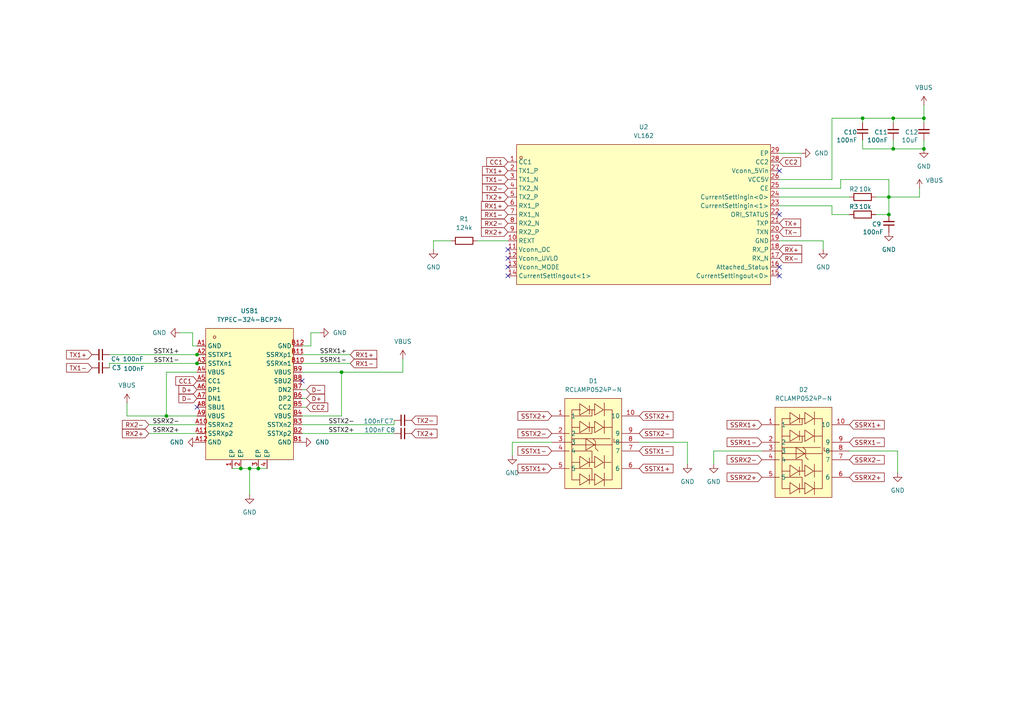
<source format=kicad_sch>
(kicad_sch (version 20250114) (generator "eeschema") (generator_version "9.0")
  (paper "A4")
  (lib_symbols
    (symbol "Device:C_Small" (pin_numbers (hide yes)) (pin_names (offset 0.254) (hide yes))
      (property "Reference" "C" (at 0.254 1.778 0))
      (property "Value" "C_Small" (at 0.254 -2.032 0))
      (symbol "C_Small_0_1"
        (polyline (pts (xy -1.524 0.508) (xy 1.524 0.508)) (stroke (width 0.3048)))
        (polyline (pts (xy -1.524 -0.508) (xy 1.524 -0.508)) (stroke (width 0.3302)))
      )
      (symbol "C_Small_1_1"
        (pin passive line (at 0 2.54 270) (length 2.032) (name "~") (number "1"))
        (pin passive line (at 0 -2.54 90) (length 2.032) (name "~") (number "2"))
      )
    )
    (symbol "Device:R" (pin_numbers (hide yes)) (pin_names (offset 0))
      (property "Reference" "R" (at 2.032 0 90))
      (property "Value" "R" (at 0 0 90))
      (symbol "R_0_1"
        (rectangle (start -1.016 -2.54) (end 1.016 2.54) (stroke (width 0.254)))
      )
      (symbol "R_1_1"
        (pin passive line (at 0 3.81 270) (length 1.27) (name "~") (number "1"))
        (pin passive line (at 0 -3.81 90) (length 1.27) (name "~") (number "2"))
      )
    )
    (symbol "da:RCLAMP0524P-N"
      (property "Reference" "D" (at 0 17.78 0))
      (property "Value" "RCLAMP0524P-N" (at 0 -17.78 0))
      (symbol "RCLAMP0524P-N_0_1"
        (rectangle (start -12.7 7.62) (end 13.46 -8.89) (fill (type background)))
        (polyline (pts (xy -9.4 2.54) (xy -9.4 4.83) (xy 10.92 4.83) (xy 10.92 2.29)))
        (polyline (pts (xy -9.4 -1.02) (xy -7.62 -1.02) (xy -7.62 -6.35)))
        (polyline (pts (xy -9.4 -2.03) (xy -9.4 -0.25)))
        (polyline (pts (xy -8.13 -1.78) (xy -10.67 -1.78)))
        (polyline (pts (xy -7.87 -0.25) (xy -9.4 2.29) (xy -11.18 -0.25) (xy -7.87 -0.25)) (fill (type background)))
        (polyline (pts (xy -7.87 -4.57) (xy -9.4 -2.03) (xy -11.18 -4.57) (xy -7.87 -4.57)) (fill (type background)))
        (polyline (pts (xy -7.62 2.54) (xy -11.43 2.54)))
        (polyline (pts (xy -7.62 -6.35)) (fill (type background)))
        (polyline (pts (xy -4.32 2.29) (xy -4.32 4.83)))
        (polyline (pts (xy -4.32 -1.02) (xy -2.54 -1.02) (xy -2.54 -6.35)))
        (polyline (pts (xy -4.32 -2.03) (xy -4.32 -0.25)))
        (polyline (pts (xy -4.32 -4.57) (xy -4.32 -6.86)))
        (polyline (pts (xy -3.05 -1.78) (xy -5.84 -1.78)))
        (polyline (pts (xy -2.79 -0.25) (xy -4.32 2.29) (xy -6.1 -0.25) (xy -2.79 -0.25)) (fill (type background)))
        (polyline (pts (xy -2.79 -4.57) (xy -4.32 -2.03) (xy -6.1 -4.57) (xy -2.79 -4.57)) (fill (type background)))
        (polyline (pts (xy -2.54 2.54) (xy -6.35 2.54)))
        (polyline (pts (xy -2.54 -6.35)) (fill (type background)))
        (polyline (pts (xy -1.02 5.33)) (fill (type background)))
        (polyline (pts (xy -1.02 4.32) (xy -1.02 -6.86)))
        (polyline (pts (xy 0 7.62)) (fill (type background)))
        (polyline (pts (xy 0 7.62) (xy 0 7.62) (xy 0 5.33) (xy -1.02 5.33)))
        (polyline (pts (xy 0 -7.62) (xy 0 -6.86)))
        (polyline (pts (xy 0.76 -6.86) (xy 0.76 4.83)))
        (polyline (pts (xy 2.29 -2.79) (xy 0.76 -0.25) (xy -1.02 -2.79) (xy 2.29 -2.79)) (fill (type background)))
        (polyline (pts (xy 2.54 0.76) (xy 1.78 0) (xy -0.25 0) (xy -1.02 -0.76)))
        (polyline (pts (xy 2.54 -6.35)) (fill (type background)))
        (polyline (pts (xy 5.84 2.54) (xy 5.84 4.57)))
        (polyline (pts (xy 5.84 -1.02) (xy 2.54 -1.02) (xy 2.54 -6.35)))
        (polyline (pts (xy 5.84 -2.03) (xy 5.84 -0.25)))
        (polyline (pts (xy 5.84 -4.57) (xy 5.84 -6.86)))
        (polyline (pts (xy 7.11 -1.78) (xy 4.57 -1.78)))
        (polyline (pts (xy 7.37 -0.25) (xy 5.84 2.29) (xy 4.06 -0.25) (xy 7.37 -0.25)) (fill (type background)))
        (polyline (pts (xy 7.37 -4.57) (xy 5.84 -2.03) (xy 4.06 -4.57) (xy 7.37 -4.57)) (fill (type background)))
        (polyline (pts (xy 7.62 2.54) (xy 3.81 2.54)))
        (polyline (pts (xy 7.62 -6.1)) (fill (type background)))
        (polyline (pts (xy 10.92 -1.02) (xy 7.62 -1.02) (xy 7.62 -6.1)))
        (polyline (pts (xy 10.92 -2.03) (xy 10.92 -0.25)))
        (polyline (pts (xy 10.92 -4.57) (xy 10.92 -6.86) (xy -9.4 -6.86) (xy -9.4 -4.32)))
        (polyline (pts (xy 12.19 -1.78) (xy 9.4 -1.78)))
        (polyline (pts (xy 12.45 -0.25) (xy 10.92 2.29) (xy 9.14 -0.25) (xy 12.45 -0.25)) (fill (type background)))
        (polyline (pts (xy 12.45 -4.57) (xy 10.92 -2.03) (xy 9.14 -4.57) (xy 12.45 -4.57)) (fill (type background)))
        (polyline (pts (xy 12.7 2.54) (xy 8.89 2.54)))
        (pin unspecified line (at -7.62 12.7 270) (length 5.08) (name "10") (number "10"))
        (pin unspecified line (at -7.62 -12.7 90) (length 5.08) (name "1") (number "1"))
        (pin unspecified line (at -2.54 12.7 270) (length 5.08) (name "9") (number "9"))
        (pin unspecified line (at -2.54 -12.7 90) (length 5.08) (name "2") (number "2"))
        (pin unspecified line (at 0 12.7 270) (length 5.08) (name "8") (number "8"))
        (pin unspecified line (at 0 -12.7 90) (length 5.08) (name "3") (number "3"))
        (pin unspecified line (at 2.54 12.7 270) (length 5.08) (name "7") (number "7"))
        (pin unspecified line (at 2.54 -12.7 90) (length 5.08) (name "4") (number "4"))
        (pin unspecified line (at 7.62 12.7 270) (length 5.08) (name "6") (number "6"))
        (pin unspecified line (at 7.62 -12.7 90) (length 5.08) (name "5") (number "5"))
      )
    )
    (symbol "da:TYPEC-324-BCP24"
      (property "Reference" "USB" (at 0 20.32 0))
      (property "Value" "TYPEC-324-BCP24" (at 0 -25.4 0))
      (symbol "TYPEC-324-BCP24_0_1"
        (rectangle (start -12.7 20.32) (end 12.7 -17.78) (fill (type background)))
        (circle (center -10.16 17.78) (radius 0.38))
        (pin unspecified line (at -15.24 15.24 0) (length 2.54) (name "GND") (number "A1"))
        (pin unspecified line (at -15.24 12.7 0) (length 2.54) (name "SSTXP1") (number "A2"))
        (pin unspecified line (at -15.24 10.16 0) (length 2.54) (name "SSTXn1") (number "A3"))
        (pin unspecified line (at -15.24 7.62 0) (length 2.54) (name "VBUS") (number "A4"))
        (pin unspecified line (at -15.24 5.08 0) (length 2.54) (name "CC1") (number "A5"))
        (pin unspecified line (at -15.24 2.54 0) (length 2.54) (name "DP1") (number "A6"))
        (pin unspecified line (at -15.24 0 0) (length 2.54) (name "DN1") (number "A7"))
        (pin unspecified line (at -15.24 -2.54 0) (length 2.54) (name "SBU1") (number "A8"))
        (pin unspecified line (at -15.24 -5.08 0) (length 2.54) (name "VBUS") (number "A9"))
        (pin unspecified line (at -15.24 -7.62 0) (length 2.54) (name "SSRXn2") (number "A10"))
        (pin unspecified line (at -15.24 -10.16 0) (length 2.54) (name "SSRXp2") (number "A11"))
        (pin unspecified line (at -15.24 -12.7 0) (length 2.54) (name "GND") (number "A12"))
        (pin unspecified line (at -5.08 -20.32 90) (length 2.54) (name "EP") (number "1"))
        (pin unspecified line (at -2.54 -20.32 90) (length 2.54) (name "EP") (number "2"))
        (pin unspecified line (at 2.54 -20.32 90) (length 2.54) (name "EP") (number "3"))
        (pin unspecified line (at 5.08 -20.32 90) (length 2.54) (name "EP") (number "4"))
        (pin unspecified line (at 15.24 15.24 180) (length 2.54) (name "GND") (number "B12"))
        (pin unspecified line (at 15.24 12.7 180) (length 2.54) (name "SSRXp1") (number "B11"))
        (pin unspecified line (at 15.24 10.16 180) (length 2.54) (name "SSRXn1") (number "B10"))
        (pin unspecified line (at 15.24 7.62 180) (length 2.54) (name "VBUS") (number "B9"))
        (pin unspecified line (at 15.24 5.08 180) (length 2.54) (name "SBU2") (number "B8"))
        (pin unspecified line (at 15.24 2.54 180) (length 2.54) (name "DN2") (number "B7"))
        (pin unspecified line (at 15.24 0 180) (length 2.54) (name "DP2") (number "B6"))
        (pin unspecified line (at 15.24 -2.54 180) (length 2.54) (name "CC2") (number "B5"))
        (pin unspecified line (at 15.24 -5.08 180) (length 2.54) (name "VBUS") (number "B4"))
        (pin unspecified line (at 15.24 -7.62 180) (length 2.54) (name "SSTXn2") (number "B3"))
        (pin unspecified line (at 15.24 -10.16 180) (length 2.54) (name "SSTXp2") (number "B2"))
        (pin unspecified line (at 15.24 -12.7 180) (length 2.54) (name "GND") (number "B1"))
      )
    )
    (symbol "da:VL162"
      (property "Reference" "U" (at 0 22.86 0))
      (property "Value" "VL162" (at 0 -22.86 0))
      (symbol "VL162_0_1"
        (rectangle (start -36.83 20.32) (end 36.83 -20.32) (fill (type background)))
        (circle (center -35.56 16.51) (radius 0.38))
        (pin unspecified line (at -39.37 15.24 0) (length 2.54) (name "CC1") (number "1"))
        (pin unspecified line (at -39.37 12.7 0) (length 2.54) (name "TX1_P") (number "2"))
        (pin unspecified line (at -39.37 10.16 0) (length 2.54) (name "TX1_N") (number "3"))
        (pin unspecified line (at -39.37 7.62 0) (length 2.54) (name "TX2_N") (number "4"))
        (pin unspecified line (at -39.37 5.08 0) (length 2.54) (name "TX2_P") (number "5"))
        (pin unspecified line (at -39.37 2.54 0) (length 2.54) (name "RX1_P") (number "6"))
        (pin unspecified line (at -39.37 0 0) (length 2.54) (name "RX1_N") (number "7"))
        (pin unspecified line (at -39.37 -2.54 0) (length 2.54) (name "RX2_N") (number "8"))
        (pin unspecified line (at -39.37 -5.08 0) (length 2.54) (name "RX2_P") (number "9"))
        (pin unspecified line (at -39.37 -7.62 0) (length 2.54) (name "REXT") (number "10"))
        (pin unspecified line (at -39.37 -10.16 0) (length 2.54) (name "Vconn_OC") (number "11"))
        (pin unspecified line (at -39.37 -12.7 0) (length 2.54) (name "Vconn_UVLO") (number "12"))
        (pin unspecified line (at -39.37 -15.24 0) (length 2.54) (name "Vconn_MODE") (number "13"))
        (pin unspecified line (at -39.37 -17.78 0) (length 2.54) (name "CurrentSettingout<1>") (number "14"))
        (pin unspecified line (at 39.37 17.78 180) (length 2.54) (name "EP") (number "29"))
        (pin unspecified line (at 39.37 15.24 180) (length 2.54) (name "CC2") (number "28"))
        (pin unspecified line (at 39.37 12.7 180) (length 2.54) (name "Vconn_5Vin") (number "27"))
        (pin unspecified line (at 39.37 10.16 180) (length 2.54) (name "VCC5V") (number "26"))
        (pin unspecified line (at 39.37 7.62 180) (length 2.54) (name "CE") (number "25"))
        (pin unspecified line (at 39.37 5.08 180) (length 2.54) (name "CurrentSettingin<0>") (number "24"))
        (pin unspecified line (at 39.37 2.54 180) (length 2.54) (name "CurrentSettingin<1>") (number "23"))
        (pin unspecified line (at 39.37 0 180) (length 2.54) (name "ORI_STATUS") (number "22"))
        (pin unspecified line (at 39.37 -2.54 180) (length 2.54) (name "TXP") (number "21"))
        (pin unspecified line (at 39.37 -5.08 180) (length 2.54) (name "TXN") (number "20"))
        (pin unspecified line (at 39.37 -7.62 180) (length 2.54) (name "GND") (number "19"))
        (pin unspecified line (at 39.37 -10.16 180) (length 2.54) (name "RX_P") (number "18"))
        (pin unspecified line (at 39.37 -12.7 180) (length 2.54) (name "RX_N") (number "17"))
        (pin unspecified line (at 39.37 -15.24 180) (length 2.54) (name "Attached_Status") (number "16"))
        (pin unspecified line (at 39.37 -17.78 180) (length 2.54) (name "CurrentSettingout<0>") (number "15"))
      )
    )
    (symbol "power:GND" (power) (pin_numbers (hide yes)) (pin_names (offset 0) (hide yes))
      (property "Value" "GND" (at 0 -3.81 0))
      (symbol "GND_0_1"
        (polyline (pts (xy 0 0) (xy 0 -1.27) (xy 1.27 -1.27) (xy 0 -2.54) (xy -1.27 -1.27) (xy 0 -1.27)))
      )
      (symbol "GND_1_1"
        (pin power_in line (at 0 0 270) (length 0) (name "~") (number "1"))
      )
    )
    (symbol "power:VBUS" (power) (pin_numbers (hide yes)) (pin_names (offset 0) (hide yes))
      (property "Value" "VBUS" (at 0 3.556 0))
      (symbol "VBUS_0_1"
        (polyline (pts (xy -0.762 1.27) (xy 0 2.54)))
        (polyline (pts (xy 0 2.54) (xy 0.762 1.27)))
        (polyline (pts (xy 0 0) (xy 0 2.54)))
      )
      (symbol "VBUS_1_1"
        (pin power_in line (at 0 0 90) (length 0) (name "~") (number "1"))
      )
    )
  )
  (junction (at 74.93 135.89))
  (junction (at 250.19 34.29))
  (junction (at 267.97 43.18))
  (junction (at 57.15 105.41))
  (junction (at 267.97 34.29))
  (junction (at 72.39 135.89))
  (junction (at 69.85 135.89))
  (junction (at 57.15 102.87))
  (junction (at 259.08 34.29))
  (junction (at 48.26 120.65))
  (junction (at 99.06 107.95))
  (junction (at 257.81 62.23))
  (junction (at 257.81 57.15))
  (junction (at 259.08 43.18))
  (no_connect (at 57.15 118.11))
  (no_connect (at 226.06 49.53))
  (no_connect (at 147.32 74.93))
  (no_connect (at 226.06 62.23))
  (no_connect (at 87.63 110.49))
  (no_connect (at 147.32 77.47))
  (no_connect (at 226.06 77.47))
  (no_connect (at 147.32 72.39))
  (no_connect (at 226.06 80.01))
  (no_connect (at 147.32 80.01))
  (wire (pts (xy 243.84 52.07) (xy 257.81 52.07)))
  (wire (pts (xy 257.81 62.23) (xy 257.81 57.15)))
  (wire (pts (xy 59.69 105.41) (xy 57.15 105.41)))
  (wire (pts (xy 99.06 107.95) (xy 99.06 120.65)))
  (wire (pts (xy 226.06 59.69) (xy 241.3 59.69)))
  (wire (pts (xy 226.06 69.85) (xy 238.76 69.85)))
  (wire (pts (xy 87.63 105.41) (xy 101.6 105.41)))
  (wire (pts (xy 55.88 96.52) (xy 55.88 100.33)))
  (wire (pts (xy 226.06 54.61) (xy 243.84 54.61)))
  (wire (pts (xy 125.73 69.85) (xy 130.81 69.85)))
  (wire (pts (xy 87.63 115.57) (xy 88.9 115.57)))
  (wire (pts (xy 259.08 34.29) (xy 267.97 34.29)))
  (wire (pts (xy 57.15 102.87) (xy 31.75 102.87)))
  (wire (pts (xy 52.07 96.52) (xy 55.88 96.52)))
  (wire (pts (xy 67.31 135.89) (xy 69.85 135.89)))
  (wire (pts (xy 259.08 43.18) (xy 267.97 43.18)))
  (wire (pts (xy 241.3 34.29) (xy 250.19 34.29)))
  (wire (pts (xy 226.06 44.45) (xy 232.41 44.45)))
  (wire (pts (xy 72.39 135.89) (xy 74.93 135.89)))
  (wire (pts (xy 48.26 107.95) (xy 48.26 120.65)))
  (wire (pts (xy 36.83 120.65) (xy 48.26 120.65)))
  (wire (pts (xy 87.63 125.73) (xy 114.3 125.73)))
  (wire (pts (xy 87.63 120.65) (xy 99.06 120.65)))
  (wire (pts (xy 246.38 130.81) (xy 260.35 130.81)))
  (wire (pts (xy 148.59 128.27) (xy 160.02 128.27)))
  (wire (pts (xy 88.9 118.11) (xy 87.63 118.11)))
  (wire (pts (xy 243.84 54.61) (xy 243.84 52.07)))
  (wire (pts (xy 257.81 57.15) (xy 266.7 57.15)))
  (wire (pts (xy 267.97 30.48) (xy 267.97 34.29)))
  (wire (pts (xy 199.39 128.27) (xy 199.39 134.62)))
  (wire (pts (xy 59.69 102.87) (xy 57.15 102.87)))
  (wire (pts (xy 55.88 100.33) (xy 57.15 100.33)))
  (wire (pts (xy 259.08 34.29) (xy 259.08 35.56)))
  (wire (pts (xy 259.08 40.64) (xy 259.08 43.18)))
  (wire (pts (xy 90.17 96.52) (xy 90.17 100.33)))
  (wire (pts (xy 241.3 62.23) (xy 246.38 62.23)))
  (wire (pts (xy 257.81 52.07) (xy 257.81 57.15)))
  (wire (pts (xy 241.3 59.69) (xy 241.3 62.23)))
  (wire (pts (xy 238.76 69.85) (xy 238.76 72.39)))
  (wire (pts (xy 87.63 123.19) (xy 114.3 123.19)))
  (wire (pts (xy 138.43 69.85) (xy 147.32 69.85)))
  (wire (pts (xy 90.17 100.33) (xy 87.63 100.33)))
  (wire (pts (xy 57.15 107.95) (xy 48.26 107.95)))
  (wire (pts (xy 207.01 134.62) (xy 207.01 130.81)))
  (wire (pts (xy 87.63 102.87) (xy 101.6 102.87)))
  (wire (pts (xy 250.19 34.29) (xy 259.08 34.29)))
  (wire (pts (xy 57.15 123.19) (xy 43.18 123.19)))
  (wire (pts (xy 250.19 34.29) (xy 250.19 35.56)))
  (wire (pts (xy 241.3 52.07) (xy 241.3 34.29)))
  (wire (pts (xy 92.71 96.52) (xy 90.17 96.52)))
  (wire (pts (xy 116.84 107.95) (xy 116.84 104.14)))
  (wire (pts (xy 57.15 125.73) (xy 43.18 125.73)))
  (wire (pts (xy 99.06 107.95) (xy 116.84 107.95)))
  (wire (pts (xy 125.73 72.39) (xy 125.73 69.85)))
  (wire (pts (xy 226.06 57.15) (xy 246.38 57.15)))
  (wire (pts (xy 36.83 116.84) (xy 36.83 120.65)))
  (wire (pts (xy 266.7 54.61) (xy 266.7 57.15)))
  (wire (pts (xy 257.81 57.15) (xy 254 57.15)))
  (wire (pts (xy 267.97 40.64) (xy 267.97 43.18)))
  (wire (pts (xy 260.35 130.81) (xy 260.35 137.16)))
  (wire (pts (xy 48.26 120.65) (xy 57.15 120.65)))
  (wire (pts (xy 87.63 113.03) (xy 88.9 113.03)))
  (wire (pts (xy 72.39 135.89) (xy 72.39 143.51)))
  (wire (pts (xy 31.75 105.41) (xy 31.75 106.68)))
  (wire (pts (xy 148.59 132.08) (xy 148.59 128.27)))
  (wire (pts (xy 226.06 52.07) (xy 241.3 52.07)))
  (wire (pts (xy 57.15 105.41) (xy 31.75 105.41)))
  (wire (pts (xy 185.42 128.27) (xy 199.39 128.27)))
  (wire (pts (xy 114.3 123.19) (xy 114.3 121.92)))
  (wire (pts (xy 207.01 130.81) (xy 220.98 130.81)))
  (wire (pts (xy 250.19 40.64) (xy 250.19 43.18)))
  (wire (pts (xy 250.19 43.18) (xy 259.08 43.18)))
  (wire (pts (xy 267.97 34.29) (xy 267.97 35.56)))
  (wire (pts (xy 87.63 107.95) (xy 99.06 107.95)))
  (wire (pts (xy 69.85 135.89) (xy 72.39 135.89)))
  (wire (pts (xy 74.93 135.89) (xy 77.47 135.89)))
  (wire (pts (xy 254 62.23) (xy 257.81 62.23)))
  (label "SSTX2-" (at 95.25 123.19 0))
  (label "SSTX1+" (at 52.07 102.87 180))
  (label "SSRX2+" (at 52.07 125.73 180))
  (label "SSRX2-" (at 52.07 123.19 180))
  (label "SSTX1-" (at 52.07 105.41 180))
  (label "SSRX1+" (at 92.71 102.87 0))
  (label "SSTX2+" (at 95.2323 125.73 0))
  (label "SSRX1-" (at 92.71 105.41 0))
  (global_label "CC1" (shape input) (at 57.15 110.49 180) (property "Intersheetrefs" "${INTERSHEET_REFS}" (effects (hide yes))))
  (global_label "SSTX1+" (shape input) (at 160.02 135.89 180) (property "Intersheetrefs" "${INTERSHEET_REFS}" (effects (hide yes))))
  (global_label "D-" (shape input) (at 57.15 115.57 180) (property "Intersheetrefs" "${INTERSHEET_REFS}" (effects (hide yes))))
  (global_label "D+" (shape input) (at 57.15 113.03 180) (property "Intersheetrefs" "${INTERSHEET_REFS}" (effects (hide yes))))
  (global_label "TX+" (shape input) (at 226.06 64.77 0) (property "Intersheetrefs" "${INTERSHEET_REFS}" (effects (hide yes))))
  (global_label "RX-" (shape input) (at 226.06 74.93 0) (property "Intersheetrefs" "${INTERSHEET_REFS}" (effects (hide yes))))
  (global_label "SSTX1-" (shape input) (at 160.02 130.81 180) (property "Intersheetrefs" "${INTERSHEET_REFS}" (effects (hide yes))))
  (global_label "RX2+" (shape input) (at 147.32 67.31 180) (property "Intersheetrefs" "${INTERSHEET_REFS}" (effects (hide yes))))
  (global_label "SSRX2-" (shape input) (at 246.38 133.35 0) (property "Intersheetrefs" "${INTERSHEET_REFS}" (effects (hide yes))))
  (global_label "SSRX1+" (shape input) (at 246.38 123.19 0) (property "Intersheetrefs" "${INTERSHEET_REFS}" (effects (hide yes))))
  (global_label "RX1-" (shape input) (at 147.32 62.23 180) (property "Intersheetrefs" "${INTERSHEET_REFS}" (effects (hide yes))))
  (global_label "SSRX1+" (shape input) (at 220.98 123.19 180) (property "Intersheetrefs" "${INTERSHEET_REFS}" (effects (hide yes))))
  (global_label "CC1" (shape input) (at 147.32 46.99 180) (property "Intersheetrefs" "${INTERSHEET_REFS}" (effects (hide yes))))
  (global_label "RX2-" (shape input) (at 147.32 64.77 180) (property "Intersheetrefs" "${INTERSHEET_REFS}" (effects (hide yes))))
  (global_label "D+" (shape input) (at 88.9 115.57 0) (property "Intersheetrefs" "${INTERSHEET_REFS}" (effects (hide yes))))
  (global_label "SSTX1-" (shape input) (at 185.42 130.81 0) (property "Intersheetrefs" "${INTERSHEET_REFS}" (effects (hide yes))))
  (global_label "TX1+" (shape input) (at 26.67 102.87 180) (property "Intersheetrefs" "${INTERSHEET_REFS}" (effects (hide yes))))
  (global_label "RX1-" (shape input) (at 101.6 105.41 0) (property "Intersheetrefs" "${INTERSHEET_REFS}" (effects (hide yes))))
  (global_label "TX2+" (shape input) (at 147.32 57.15 180) (property "Intersheetrefs" "${INTERSHEET_REFS}" (effects (hide yes))))
  (global_label "D-" (shape input) (at 88.9 113.03 0) (property "Intersheetrefs" "${INTERSHEET_REFS}" (effects (hide yes))))
  (global_label "CC2" (shape input) (at 226.06 46.99 0) (property "Intersheetrefs" "${INTERSHEET_REFS}" (effects (hide yes))))
  (global_label "TX2-" (shape input) (at 147.32 54.61 180) (property "Intersheetrefs" "${INTERSHEET_REFS}" (effects (hide yes))))
  (global_label "RX+" (shape input) (at 226.06 72.39 0) (property "Intersheetrefs" "${INTERSHEET_REFS}" (effects (hide yes))))
  (global_label "SSRX1-" (shape input) (at 220.98 128.27 180) (property "Intersheetrefs" "${INTERSHEET_REFS}" (effects (hide yes))))
  (global_label "SSTX1+" (shape input) (at 185.42 135.89 0) (property "Intersheetrefs" "${INTERSHEET_REFS}" (effects (hide yes))))
  (global_label "SSTX2-" (shape input) (at 185.42 125.73 0) (property "Intersheetrefs" "${INTERSHEET_REFS}" (effects (hide yes))))
  (global_label "TX2-" (shape input) (at 119.38 121.92 0) (property "Intersheetrefs" "${INTERSHEET_REFS}" (effects (hide yes))))
  (global_label "TX-" (shape input) (at 226.06 67.31 0) (property "Intersheetrefs" "${INTERSHEET_REFS}" (effects (hide yes))))
  (global_label "SSRX1-" (shape input) (at 246.38 128.27 0) (property "Intersheetrefs" "${INTERSHEET_REFS}" (effects (hide yes))))
  (global_label "CC2" (shape input) (at 88.9 118.11 0) (property "Intersheetrefs" "${INTERSHEET_REFS}" (effects (hide yes))))
  (global_label "RX1+" (shape input) (at 147.32 59.69 180) (property "Intersheetrefs" "${INTERSHEET_REFS}" (effects (hide yes))))
  (global_label "TX1-" (shape input) (at 147.32 52.07 180) (property "Intersheetrefs" "${INTERSHEET_REFS}" (effects (hide yes))))
  (global_label "RX1+" (shape input) (at 101.6 102.87 0) (property "Intersheetrefs" "${INTERSHEET_REFS}" (effects (hide yes))))
  (global_label "SSRX2-" (shape input) (at 220.98 133.35 180) (property "Intersheetrefs" "${INTERSHEET_REFS}" (effects (hide yes))))
  (global_label "TX1+" (shape input) (at 147.32 49.53 180) (property "Intersheetrefs" "${INTERSHEET_REFS}" (effects (hide yes))))
  (global_label "TX2+" (shape input) (at 119.38 125.73 0) (property "Intersheetrefs" "${INTERSHEET_REFS}" (effects (hide yes))))
  (global_label "SSTX2+" (shape input) (at 160.02 120.65 180) (property "Intersheetrefs" "${INTERSHEET_REFS}" (effects (hide yes))))
  (global_label "TX1-" (shape input) (at 26.67 106.68 180) (property "Intersheetrefs" "${INTERSHEET_REFS}" (effects (hide yes))))
  (global_label "RX2+" (shape input) (at 43.18 125.73 180) (property "Intersheetrefs" "${INTERSHEET_REFS}" (effects (hide yes))))
  (global_label "SSTX2+" (shape input) (at 185.42 120.65 0) (property "Intersheetrefs" "${INTERSHEET_REFS}" (effects (hide yes))))
  (global_label "RX2-" (shape input) (at 43.18 123.19 180) (property "Intersheetrefs" "${INTERSHEET_REFS}" (effects (hide yes))))
  (global_label "SSRX2+" (shape input) (at 246.38 138.43 0) (property "Intersheetrefs" "${INTERSHEET_REFS}" (effects (hide yes))))
  (global_label "SSTX2-" (shape input) (at 160.02 125.73 180) (property "Intersheetrefs" "${INTERSHEET_REFS}" (effects (hide yes))))
  (global_label "SSRX2+" (shape input) (at 220.98 138.43 180) (property "Intersheetrefs" "${INTERSHEET_REFS}" (effects (hide yes))))
  (symbol (lib_id "Device:C_Small") (at 29.21 102.87 270) (unit 1)
    (property "Reference" "C4" (at 33.528 104.14 90))
    (property "Value" "100nF" (at 38.608 104.14 90))
    (property "Footprint" "Capacitor_SMD:C_0402_1005Metric" (effects (hide yes)))
    (property "Description" "Unpolarized capacitor, small symbol" (effects (hide yes)))
  )
  (symbol (lib_id "power:GND") (at 148.59 132.08 0) (unit 1)
    (property "Reference" "#PWR03" (effects (hide yes)))
    (property "Value" "GND" (at 148.59 137.16 0))
    (property "Description" "Power symbol creates a global label with name \"GND\" , ground" (effects (hide yes)))
  )
  (symbol (lib_id "power:GND") (at 232.41 44.45 90) (unit 1)
    (property "Reference" "#PWR08" (effects (hide yes)))
    (property "Value" "GND" (at 236.22 44.4499 90) (effects (justify right)))
    (property "Description" "Power symbol creates a global label with name \"GND\" , ground" (effects (hide yes)))
  )
  (symbol (lib_id "power:GND") (at 87.63 128.27 90) (unit 1)
    (property "Reference" "#PWR031" (effects (hide yes)))
    (property "Value" "GND" (at 91.44 128.2699 90) (effects (justify right)))
    (property "Description" "Power symbol creates a global label with name \"GND\" , ground" (effects (hide yes)))
  )
  (symbol (lib_id "Device:C_Small") (at 267.97 38.1 180) (unit 1)
    (property "Reference" "C12" (at 264.414 38.354 0))
    (property "Value" "10uF" (at 263.906 40.64 0))
    (property "Footprint" "Capacitor_SMD:C_0805_2012Metric" (effects (hide yes)))
    (property "Description" "Unpolarized capacitor, small symbol" (effects (hide yes)))
  )
  (symbol (lib_id "Device:C_Small") (at 259.08 38.1 180) (unit 1)
    (property "Reference" "C11" (at 255.524 38.354 0))
    (property "Value" "100nF" (at 254.508 40.64 0))
    (property "Footprint" "Capacitor_SMD:C_0402_1005Metric" (effects (hide yes)))
    (property "Description" "Unpolarized capacitor, small symbol" (effects (hide yes)))
  )
  (symbol (lib_id "da:RCLAMP0524P-N") (at 233.68 130.81 270) (unit 1)
    (property "Reference" "D2" (at 233.045 113.03 90))
    (property "Value" "RCLAMP0524P-N" (at 233.045 115.57 90))
    (property "Footprint" "easyeda2kicad:DFN-10L_L2.5-W1.0-P0.50-BL" (effects (hide yes)))
    (property "Datasheet" "https://lcsc.com/product-detail/Others_Bourne-Semicon-Shenzhen-RCLAMP0524P-N_C316044.html" (effects (hide yes)))
    (property "LCSC Part" "C316044" (effects (hide yes)))
  )
  (symbol (lib_id "power:VBUS") (at 116.84 104.14 0) (unit 1)
    (property "Reference" "#PWR027" (effects (hide yes)))
    (property "Value" "VBUS" (at 116.84 99.06 0))
    (property "Description" "Power symbol creates a global label with name \"VBUS\"" (effects (hide yes)))
  )
  (symbol (lib_id "power:GND") (at 238.76 72.39 0) (unit 1)
    (property "Reference" "#PWR010" (effects (hide yes)))
    (property "Value" "GND" (at 238.76 77.47 0))
    (property "Description" "Power symbol creates a global label with name \"GND\" , ground" (effects (hide yes)))
  )
  (symbol (lib_id "power:GND") (at 257.81 67.31 0) (unit 1)
    (property "Reference" "#PWR012" (effects (hide yes)))
    (property "Value" "GND" (at 257.81 72.39 0))
    (property "Description" "Power symbol creates a global label with name \"GND\" , ground" (effects (hide yes)))
  )
  (symbol (lib_id "power:GND") (at 125.73 72.39 0) (unit 1)
    (property "Reference" "#PWR07" (effects (hide yes)))
    (property "Value" "GND" (at 125.73 77.47 0))
    (property "Description" "Power symbol creates a global label with name \"GND\" , ground" (effects (hide yes)))
  )
  (symbol (lib_id "power:GND") (at 199.39 134.62 0) (unit 1)
    (property "Reference" "#PWR04" (effects (hide yes)))
    (property "Value" "GND" (at 199.39 139.7 0))
    (property "Description" "Power symbol creates a global label with name \"GND\" , ground" (effects (hide yes)))
  )
  (symbol (lib_id "power:GND") (at 260.35 137.16 0) (unit 1)
    (property "Reference" "#PWR06" (effects (hide yes)))
    (property "Value" "GND" (at 260.35 142.24 0))
    (property "Description" "Power symbol creates a global label with name \"GND\" , ground" (effects (hide yes)))
  )
  (symbol (lib_id "da:TYPEC-324-BCP24") (at 72.39 115.57 0) (unit 1)
    (property "Reference" "USB1" (at 72.39 90.17 0))
    (property "Value" "TYPEC-324-BCP24" (at 72.39 92.71 0))
    (property "Footprint" "easyeda2kicad:USB-C-SMD_TYPEC-324-BCP24" (effects (hide yes)))
    (property "LCSC Part" "C2835314" (effects (hide yes)))
  )
  (symbol (lib_id "Device:C_Small") (at 257.81 64.77 180) (unit 1)
    (property "Reference" "C9" (at 254.254 65.024 0))
    (property "Value" "100nF" (at 253.238 67.31 0))
    (property "Footprint" "Capacitor_SMD:C_0402_1005Metric" (effects (hide yes)))
    (property "Description" "Unpolarized capacitor, small symbol" (effects (hide yes)))
  )
  (symbol (lib_id "Device:C_Small") (at 29.21 106.68 270) (unit 1)
    (property "Reference" "C3" (at 33.782 106.68 90))
    (property "Value" "100nF" (at 38.862 106.934 90))
    (property "Footprint" "Capacitor_SMD:C_0402_1005Metric" (effects (hide yes)))
    (property "Description" "Unpolarized capacitor, small symbol" (effects (hide yes)))
  )
  (symbol (lib_id "power:GND") (at 207.01 134.62 0) (unit 1)
    (property "Reference" "#PWR05" (effects (hide yes)))
    (property "Value" "GND" (at 207.01 139.7 0))
    (property "Description" "Power symbol creates a global label with name \"GND\" , ground" (effects (hide yes)))
  )
  (symbol (lib_id "power:GND") (at 57.15 128.27 270) (unit 1)
    (property "Reference" "#PWR032" (effects (hide yes)))
    (property "Value" "GND" (at 53.34 128.2699 90) (effects (justify right)))
    (property "Description" "Power symbol creates a global label with name \"GND\" , ground" (effects (hide yes)))
  )
  (symbol (lib_id "power:GND") (at 52.07 96.52 270) (unit 1)
    (property "Reference" "#PWR033" (effects (hide yes)))
    (property "Value" "GND" (at 48.26 96.5199 90) (effects (justify right)))
    (property "Description" "Power symbol creates a global label with name \"GND\" , ground" (effects (hide yes)))
  )
  (symbol (lib_id "da:VL162") (at 186.69 62.23 0) (unit 1)
    (property "Reference" "U2" (at 186.69 36.83 0))
    (property "Value" "VL162" (at 186.69 39.37 0))
    (property "Footprint" "easyeda2kicad:MQFN-28_L4.5-W3.5-P0.40-BL-EP" (effects (hide yes)))
    (property "LCSC Part" "C19270896" (effects (hide yes)))
  )
  (symbol (lib_id "Device:R") (at 250.19 57.15 90) (unit 1)
    (property "Reference" "R2" (at 247.65 54.864 90))
    (property "Value" "10k" (at 250.952 54.864 90))
    (property "Footprint" "Resistor_SMD:R_0402_1005Metric" (effects (hide yes)))
    (property "Description" "Resistor" (effects (hide yes)))
  )
  (symbol (lib_id "power:VBUS") (at 266.7 54.61 0) (unit 1)
    (property "Reference" "#PWR011" (effects (hide yes)))
    (property "Value" "VBUS" (at 271.018 52.324 0))
    (property "Description" "Power symbol creates a global label with name \"VBUS\"" (effects (hide yes)))
  )
  (symbol (lib_id "power:GND") (at 72.39 143.51 0) (unit 1)
    (property "Reference" "#PWR026" (effects (hide yes)))
    (property "Value" "GND" (at 72.39 148.59 0))
    (property "Description" "Power symbol creates a global label with name \"GND\" , ground" (effects (hide yes)))
  )
  (symbol (lib_id "power:GND") (at 267.97 43.18 0) (unit 1)
    (property "Reference" "#PWR013" (effects (hide yes)))
    (property "Value" "GND" (at 267.97 48.26 0))
    (property "Description" "Power symbol creates a global label with name \"GND\" , ground" (effects (hide yes)))
  )
  (symbol (lib_id "Device:R") (at 250.19 62.23 90) (unit 1)
    (property "Reference" "R3" (at 247.65 59.944 90))
    (property "Value" "10k" (at 250.952 59.944 90))
    (property "Footprint" "Resistor_SMD:R_0402_1005Metric" (effects (hide yes)))
    (property "Description" "Resistor" (effects (hide yes)))
  )
  (symbol (lib_id "power:VBUS") (at 267.97 30.48 0) (unit 1)
    (property "Reference" "#PWR09" (effects (hide yes)))
    (property "Value" "VBUS" (at 267.97 25.4 0))
    (property "Description" "Power symbol creates a global label with name \"VBUS\"" (effects (hide yes)))
  )
  (symbol (lib_id "da:RCLAMP0524P-N") (at 172.72 128.27 270) (unit 1)
    (property "Reference" "D1" (at 172.085 110.49 90))
    (property "Value" "RCLAMP0524P-N" (at 172.085 113.03 90))
    (property "Footprint" "easyeda2kicad:DFN-10L_L2.5-W1.0-P0.50-BL" (effects (hide yes)))
    (property "Datasheet" "https://lcsc.com/product-detail/Others_Bourne-Semicon-Shenzhen-RCLAMP0524P-N_C316044.html" (effects (hide yes)))
    (property "LCSC Part" "C316044" (effects (hide yes)))
  )
  (symbol (lib_id "Device:R") (at 134.62 69.85 90) (unit 1)
    (property "Reference" "R1" (at 134.62 63.5 90))
    (property "Value" "124k" (at 134.62 66.04 90))
    (property "Footprint" "Resistor_SMD:R_0402_1005Metric" (effects (hide yes)))
    (property "Description" "Resistor" (effects (hide yes)))
  )
  (symbol (lib_id "Device:C_Small") (at 116.84 125.73 90) (unit 1)
    (property "Reference" "C8" (at 113.284 124.714 90))
    (property "Value" "100nF" (at 108.712 124.714 90))
    (property "Footprint" "Capacitor_SMD:C_0402_1005Metric" (effects (hide yes)))
    (property "Description" "Unpolarized capacitor, small symbol" (effects (hide yes)))
  )
  (symbol (lib_id "Device:C_Small") (at 250.19 38.1 180) (unit 1)
    (property "Reference" "C10" (at 246.634 38.354 0))
    (property "Value" "100nF" (at 245.618 40.64 0))
    (property "Footprint" "Capacitor_SMD:C_0402_1005Metric" (effects (hide yes)))
    (property "Description" "Unpolarized capacitor, small symbol" (effects (hide yes)))
  )
  (symbol (lib_id "Device:C_Small") (at 116.84 121.92 90) (unit 1)
    (property "Reference" "C7" (at 112.776 122.174 90))
    (property "Value" "100nF" (at 108.458 122.174 90))
    (property "Footprint" "Capacitor_SMD:C_0402_1005Metric" (effects (hide yes)))
    (property "Description" "Unpolarized capacitor, small symbol" (effects (hide yes)))
  )
  (symbol (lib_id "power:VBUS") (at 36.83 116.84 0) (mirror y) (unit 1)
    (property "Reference" "#PWR029" (effects (hide yes)))
    (property "Value" "VBUS" (at 36.83 111.76 0))
    (property "Description" "Power symbol creates a global label with name \"VBUS\"" (effects (hide yes)))
  )
  (symbol (lib_id "power:GND") (at 92.71 96.52 90) (unit 1)
    (property "Reference" "#PWR034" (effects (hide yes)))
    (property "Value" "GND" (at 96.52 96.5199 90) (effects (justify right)))
    (property "Description" "Power symbol creates a global label with name \"GND\" , ground" (effects (hide yes)))
  )
)
</source>
